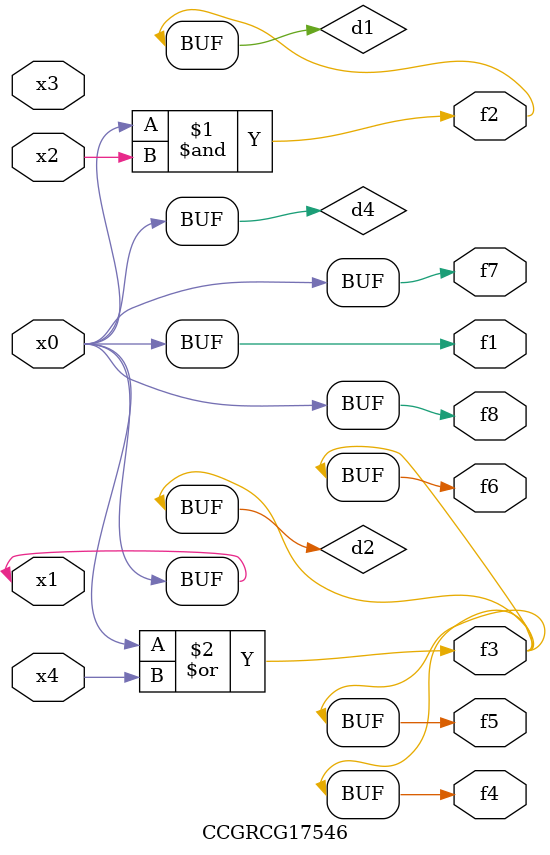
<source format=v>
module CCGRCG17546(
	input x0, x1, x2, x3, x4,
	output f1, f2, f3, f4, f5, f6, f7, f8
);

	wire d1, d2, d3, d4;

	and (d1, x0, x2);
	or (d2, x0, x4);
	nand (d3, x0, x2);
	buf (d4, x0, x1);
	assign f1 = d4;
	assign f2 = d1;
	assign f3 = d2;
	assign f4 = d2;
	assign f5 = d2;
	assign f6 = d2;
	assign f7 = d4;
	assign f8 = d4;
endmodule

</source>
